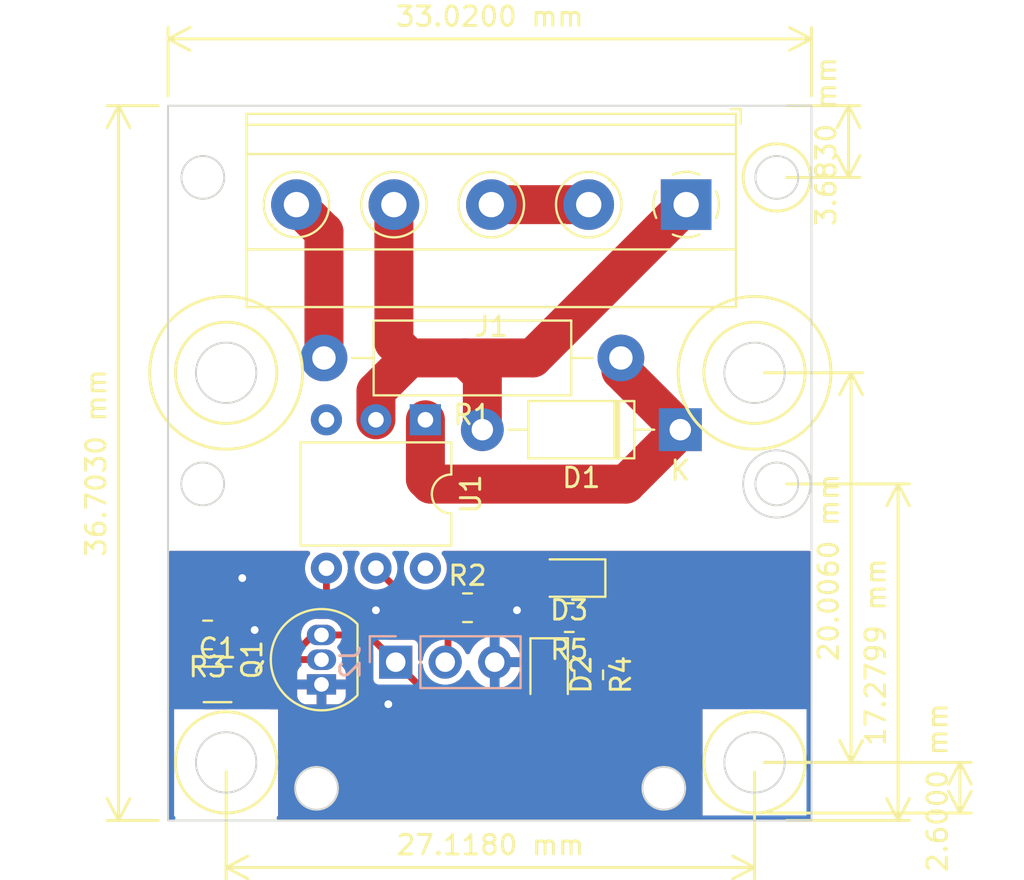
<source format=kicad_pcb>
(kicad_pcb (version 20221018) (generator pcbnew)
  (layers (0 "F.Cu" signal) (31 "B.Cu" signal) (34 "B.Paste" user) (35 "F.Paste" user) (36 "B.SilkS" user "B.Silkscreen") (37 "F.SilkS" user "F.Silkscreen") (38 "B.Mask" user) (39 "F.Mask" user) (44 "Edge.Cuts" user))
  (net 0 "")
  (net 1 "Net-(D1-K)")
  (net 2 "-VSW")
  (net 3 "NEUT")
  (net 4 "LINE")
  (net 5 "GND")
  (net 6 "Net-(Q1-B)")
  (net 7 "SIG")
  (net 8 "+3.3V")
  (net 11 "Net-(D2-K)")
  (net 12 "Net-(D3-K)")
  (footprint "Package_TO_SOT_THT:TO-92_Inline" (layer "F.Cu") (at 90.297 92.964 90)
    (fp_text reference "Q1" (at 1.27 -3.56 90) (layer "F.SilkS"))
    (fp_text value "BC548")
    (fp_line (start -0.53 1.85) (end 3.07 1.85) (stroke (width 0.12)) (layer "F.SilkS"))
    (fp_arc (start -0.568478 1.838478) (mid -1.132087 -0.994977) (end 1.27 -2.6) (stroke (width 0.12)) (layer "F.SilkS"))
    (fp_arc (start 1.27 -2.6) (mid 3.672087 -0.994977) (end 3.108478 1.838478) (stroke (width 0.12)) (layer "F.SilkS"))
    (pad "1" thru_hole rect (at 0 0 90) (size 1.05 1.5) (drill 0.75) (layers "*.Cu" "*.Mask") (net 5 "GND"))
    (pad "2" thru_hole oval (at 1.27 0 90) (size 1.05 1.5) (drill 0.75) (layers "*.Cu" "*.Mask") (net 6 "Net-(Q1-B)"))
    (pad "3" thru_hole oval (at 2.54 0 90) (size 1.05 1.5) (drill 0.75) (layers "*.Cu" "*.Mask") (net 7 "SIG"))
  )
  (footprint "Resistor_THT:R_Axial_DIN0411_L9.9mm_D3.6mm_P15.24mm_Horizontal" (layer "F.Cu") (at 105.664 76.2 180)
    (fp_text reference "R1" (at 7.62 -2.92) (layer "F.SilkS"))
    (fp_text value "200K")
    (fp_line (start 1.44 0) (end 2.55 0) (stroke (width 0.12)) (layer "F.SilkS"))
    (fp_line (start 2.55 -1.92) (end 2.55 1.92) (stroke (width 0.12)) (layer "F.SilkS"))
    (fp_line (start 2.55 1.92) (end 12.69 1.92) (stroke (width 0.12)) (layer "F.SilkS"))
    (fp_line (start 12.69 -1.92) (end 2.55 -1.92) (stroke (width 0.12)) (layer "F.SilkS"))
    (fp_line (start 12.69 1.92) (end 12.69 -1.92) (stroke (width 0.12)) (layer "F.SilkS"))
    (fp_line (start 13.8 0) (end 12.69 0) (stroke (width 0.12)) (layer "F.SilkS"))
    (pad "1" thru_hole circle (at 0 0 180) (size 2.4 2.4) (drill 1.2) (layers "*.Cu" "*.Mask") (net 1 "Net-(D1-K)"))
    (pad "2" thru_hole oval (at 15.24 0 180) (size 2.4 2.4) (drill 1.2) (layers "*.Cu" "*.Mask") (net 2 "-VSW"))
  )
  (footprint "Resistor_SMD:R_0805_2012Metric_Pad1.20x1.40mm_HandSolder" (layer "F.Cu") (at 97.79 89.027)
    (fp_text reference "R2" (at 0 -1.65) (layer "F.SilkS"))
    (fp_text value "3.7K")
    (fp_line (start -0.227064 -0.735) (end 0.227064 -0.735) (stroke (width 0.12)) (layer "F.SilkS"))
    (fp_line (start -0.227064 0.735) (end 0.227064 0.735) (stroke (width 0.12)) (layer "F.SilkS"))
    (pad "1" smd roundrect (at -1 0) (size 1.2 1.4) (layers "F.Cu" "F.Paste" "F.Mask") (roundrect_rratio 0.2083333333) (net 8 "+3.3V"))
    (pad "2" smd roundrect (at 1 0) (size 1.2 1.4) (layers "F.Cu" "F.Paste" "F.Mask") (roundrect_rratio 0.2083333333) (net 5 "GND"))
  )
  (footprint "Package_DIP:DIP-6_W7.62mm" (layer "F.Cu") (at 95.631 79.375 -90)
    (fp_text reference "U1" (at 3.81 -2.33 90) (layer "F.SilkS"))
    (fp_text value "TIL111")
    (fp_line (start 1.16 -1.33) (end 1.16 6.41) (stroke (width 0.12)) (layer "F.SilkS"))
    (fp_line (start 1.16 6.41) (end 6.46 6.41) (stroke (width 0.12)) (layer "F.SilkS"))
    (fp_line (start 2.81 -1.33) (end 1.16 -1.33) (stroke (width 0.12)) (layer "F.SilkS"))
    (fp_line (start 6.46 -1.33) (end 4.81 -1.33) (stroke (width 0.12)) (layer "F.SilkS"))
    (fp_line (start 6.46 6.41) (end 6.46 -1.33) (stroke (width 0.12)) (layer "F.SilkS"))
    (fp_arc (start 4.81 -1.33) (mid 3.81 -0.33) (end 2.81 -1.33) (stroke (width 0.12)) (layer "F.SilkS"))
    (pad "1" thru_hole rect (at 0 0 270) (size 1.6 1.6) (drill 0.8) (layers "*.Cu" "*.Mask") (net 1 "Net-(D1-K)"))
    (pad "2" thru_hole oval (at 0 2.54 270) (size 1.6 1.6) (drill 0.8) (layers "*.Cu" "*.Mask") (net 3 "NEUT"))
    (pad "3" thru_hole oval (at 0 5.08 270) (size 1.6 1.6) (drill 0.8) (layers "*.Cu" "*.Mask"))
    (pad "4" thru_hole oval (at 7.62 5.08 270) (size 1.6 1.6) (drill 0.8) (layers "*.Cu" "*.Mask") (net 6 "Net-(Q1-B)"))
    (pad "5" thru_hole oval (at 7.62 2.54 270) (size 1.6 1.6) (drill 0.8) (layers "*.Cu" "*.Mask") (net 8 "+3.3V"))
    (pad "6" thru_hole oval (at 7.62 0 270) (size 1.6 1.6) (drill 0.8) (layers "*.Cu" "*.Mask"))
  )
  (footprint "TerminalBlock_Phoenix:TerminalBlock_Phoenix_MKDS-1,5-5_1x05_P5.00mm_Horizontal" (layer "F.Cu") (at 109.013 68.326 180)
    (fp_text reference "J1" (at 10 -6.26) (layer "F.SilkS"))
    (fp_text value "Screw_Terminal_01x05")
    (fp_line (start -2.8 4.16) (end -2.8 4.9) (stroke (width 0.12)) (layer "F.SilkS"))
    (fp_line (start -2.8 4.9) (end -2.3 4.9) (stroke (width 0.12)) (layer "F.SilkS"))
    (fp_line (start -2.56 -5.261) (end -2.56 4.66) (stroke (width 0.12)) (layer "F.SilkS"))
    (fp_line (start -2.56 -5.261) (end 22.56 -5.261) (stroke (width 0.12)) (layer "F.SilkS"))
    (fp_line (start -2.56 -2.301) (end 22.56 -2.301) (stroke (width 0.12)) (layer "F.SilkS"))
    (fp_line (start -2.56 2.6) (end 22.56 2.6) (stroke (width 0.12)) (layer "F.SilkS"))
    (fp_line (start -2.56 4.1) (end 22.56 4.1) (stroke (width 0.12)) (layer "F.SilkS"))
    (fp_line (start -2.56 4.66) (end 22.56 4.66) (stroke (width 0.12)) (layer "F.SilkS"))
    (fp_line (start 3.773 1.023) (end 3.726 1.069) (stroke (width 0.12)) (layer "F.SilkS"))
    (fp_line (start 3.966 1.239) (end 3.931 1.274) (stroke (width 0.12)) (layer "F.SilkS"))
    (fp_line (start 6.07 -1.275) (end 6.035 -1.239) (stroke (width 0.12)) (layer "F.SilkS"))
    (fp_line (start 6.275 -1.069) (end 6.228 -1.023) (stroke (width 0.12)) (layer "F.SilkS"))
    (fp_line (start 8.773 1.023) (end 8.726 1.069) (stroke (width 0.12)) (layer "F.SilkS"))
    (fp_line (start 8.966 1.239) (end 8.931 1.274) (stroke (width 0.12)) (layer "F.SilkS"))
    (fp_line (start 11.07 -1.275) (end 11.035 -1.239) (stroke (width 0.12)) (layer "F.SilkS"))
    (fp_line (start 11.275 -1.069) (end 11.228 -1.023) (stroke (width 0.12)) (layer "F.SilkS"))
    (fp_line (start 13.773 1.023) (end 13.726 1.069) (stroke (width 0.12)) (layer "F.SilkS"))
    (fp_line (start 13.966 1.239) (end 13.931 1.274) (stroke (width 0.12)) (layer "F.SilkS"))
    (fp_line (start 16.07 -1.275) (end 16.035 -1.239) (stroke (width 0.12)) (layer "F.SilkS"))
    (fp_line (start 16.275 -1.069) (end 16.228 -1.023) (stroke (width 0.12)) (layer "F.SilkS"))
    (fp_line (start 18.773 1.023) (end 18.726 1.069) (stroke (width 0.12)) (layer "F.SilkS"))
    (fp_line (start 18.966 1.239) (end 18.931 1.274) (stroke (width 0.12)) (layer "F.SilkS"))
    (fp_line (start 21.07 -1.275) (end 21.035 -1.239) (stroke (width 0.12)) (layer "F.SilkS"))
    (fp_line (start 21.275 -1.069) (end 21.228 -1.023) (stroke (width 0.12)) (layer "F.SilkS"))
    (fp_line (start 22.56 -5.261) (end 22.56 4.66) (stroke (width 0.12)) (layer "F.SilkS"))
    (fp_arc (start -1.535427 0.683042) (mid -1.680501 -0.000524) (end -1.535 -0.684) (stroke (width 0.12)) (layer "F.SilkS"))
    (fp_arc (start -0.683042 -1.535427) (mid 0.000524 -1.680501) (end 0.684 -1.535) (stroke (width 0.12)) (layer "F.SilkS"))
    (fp_arc (start 0.028805 1.680253) (mid -0.335551 1.646659) (end -0.684 1.535) (stroke (width 0.12)) (layer "F.SilkS"))
    (fp_arc (start 0.683318 1.534756) (mid 0.349292 1.643288) (end 0 1.68) (stroke (width 0.12)) (layer "F.SilkS"))
    (fp_arc (start 1.535427 -0.683042) (mid 1.680501 0.000524) (end 1.535 0.684) (stroke (width 0.12)) (layer "F.SilkS"))
    (fp_circle (center 5 0) (end 6.68 0) (stroke (width 0.12)) (fill none) (layer "F.SilkS"))
    (fp_circle (center 10 0) (end 11.68 0) (stroke (width 0.12)) (fill none) (layer "F.SilkS"))
    (fp_circle (center 15 0) (end 16.68 0) (stroke (width 0.12)) (fill none) (layer "F.SilkS"))
    (fp_circle (center 20 0) (end 21.68 0) (stroke (width 0.12)) (fill none) (layer "F.SilkS"))
    (pad "1" thru_hole rect (at 0 0 180) (size 2.6 2.6) (drill 1.3) (layers "*.Cu" "*.Mask") (net 3 "NEUT"))
    (pad "2" thru_hole circle (at 5 0 180) (size 2.6 2.6) (drill 1.3) (layers "*.Cu" "*.Mask") (net 4 "LINE"))
    (pad "3" thru_hole circle (at 10 0 180) (size 2.6 2.6) (drill 1.3) (layers "*.Cu" "*.Mask") (net 4 "LINE"))
    (pad "4" thru_hole circle (at 15 0 180) (size 2.6 2.6) (drill 1.3) (layers "*.Cu" "*.Mask") (net 3 "NEUT"))
    (pad "5" thru_hole circle (at 20 0 180) (size 2.6 2.6) (drill 1.3) (layers "*.Cu" "*.Mask") (net 2 "-VSW"))
  )
  (footprint "Capacitor_SMD:C_1206_3216Metric_Pad1.33x1.80mm_HandSolder" (layer "F.Cu") (at 84.963 92.964)
    (fp_text reference "C1" (at 0 -1.85) (layer "F.SilkS"))
    (fp_text value "0.1uF")
    (fp_line (start -0.711252 -0.91) (end 0.711252 -0.91) (stroke (width 0.12)) (layer "F.SilkS"))
    (fp_line (start -0.711252 0.91) (end 0.711252 0.91) (stroke (width 0.12)) (layer "F.SilkS"))
    (pad "1" smd roundrect (at -1.5625 0) (size 1.325 1.8) (layers "F.Cu" "F.Paste" "F.Mask") (roundrect_rratio 0.1886792453) (net 6 "Net-(Q1-B)"))
    (pad "2" smd roundrect (at 1.5625 0) (size 1.325 1.8) (layers "F.Cu" "F.Paste" "F.Mask") (roundrect_rratio 0.1886792453) (net 5 "GND"))
  )
  (footprint "Resistor_SMD:R_0805_2012Metric_Pad1.20x1.40mm_HandSolder" (layer "F.Cu") (at 103.013 89.535 180)
    (fp_text reference "R5" (at 0 -1.65) (layer "F.SilkS"))
    (fp_text value "330")
    (fp_line (start -0.227064 -0.735) (end 0.227064 -0.735) (stroke (width 0.12)) (layer "F.SilkS"))
    (fp_line (start -0.227064 0.735) (end 0.227064 0.735) (stroke (width 0.12)) (layer "F.SilkS"))
    (pad "1" smd roundrect (at -1 0 180) (size 1.2 1.4) (layers "F.Cu" "F.Paste" "F.Mask") (roundrect_rratio 0.2083333333) (net 12 "Net-(D3-K)"))
    (pad "2" smd roundrect (at 1 0 180) (size 1.2 1.4) (layers "F.Cu" "F.Paste" "F.Mask") (roundrect_rratio 0.2083333333) (net 5 "GND"))
  )
  (footprint "Resistor_SMD:R_0805_2012Metric_Pad1.20x1.40mm_HandSolder" (layer "F.Cu") (at 84.455 90.424 180)
    (fp_text reference "R3" (at 0 -1.65) (layer "F.SilkS"))
    (fp_text value "1M")
    (fp_line (start -0.227064 -0.735) (end 0.227064 -0.735) (stroke (width 0.12)) (layer "F.SilkS"))
    (fp_line (start -0.227064 0.735) (end 0.227064 0.735) (stroke (width 0.12)) (layer "F.SilkS"))
    (pad "1" smd roundrect (at -1 0 180) (size 1.2 1.4) (layers "F.Cu" "F.Paste" "F.Mask") (roundrect_rratio 0.2083333333) (net 7 "SIG"))
    (pad "2" smd roundrect (at 1 0 180) (size 1.2 1.4) (layers "F.Cu" "F.Paste" "F.Mask") (roundrect_rratio 0.2083333333) (net 6 "Net-(Q1-B)"))
  )
  (footprint "Resistor_SMD:R_0805_2012Metric_Pad1.20x1.40mm_HandSolder" (layer "F.Cu") (at 104.013 92.472 -90)
    (fp_text reference "R4" (at 0 -1.65 90) (layer "F.SilkS"))
    (fp_text value "330")
    (fp_line (start -0.227064 -0.735) (end 0.227064 -0.735) (stroke (width 0.12)) (layer "F.SilkS"))
    (fp_line (start -0.227064 0.735) (end 0.227064 0.735) (stroke (width 0.12)) (layer "F.SilkS"))
    (pad "1" smd roundrect (at -1 0 270) (size 1.2 1.4) (layers "F.Cu" "F.Paste" "F.Mask") (roundrect_rratio 0.2083333333) (net 11 "Net-(D2-K)"))
    (pad "2" smd roundrect (at 1 0 270) (size 1.2 1.4) (layers "F.Cu" "F.Paste" "F.Mask") (roundrect_rratio 0.2083333333) (net 5 "GND"))
  )
  (footprint "Diode_THT:D_DO-41_SOD81_P10.16mm_Horizontal" (layer "F.Cu") (at 108.712 79.883 180)
    (fp_text reference "D1" (at 5.08 -2.47) (layer "F.SilkS"))
    (fp_text value "1N4001")
    (fp_text user "K" (at 0 -2.1) (layer "F.SilkS"))
    (fp_line (start 1.34 0) (end 2.36 0) (stroke (width 0.12)) (layer "F.SilkS"))
    (fp_line (start 2.36 -1.47) (end 2.36 1.47) (stroke (width 0.12)) (layer "F.SilkS"))
    (fp_line (start 2.36 1.47) (end 7.8 1.47) (stroke (width 0.12)) (layer "F.SilkS"))
    (fp_line (start 3.14 -1.47) (end 3.14 1.47) (stroke (width 0.12)) (layer "F.SilkS"))
    (fp_line (start 3.26 -1.47) (end 3.26 1.47) (stroke (width 0.12)) (layer "F.SilkS"))
    (fp_line (start 3.38 -1.47) (end 3.38 1.47) (stroke (width 0.12)) (layer "F.SilkS"))
    (fp_line (start 7.8 -1.47) (end 2.36 -1.47) (stroke (width 0.12)) (layer "F.SilkS"))
    (fp_line (start 7.8 1.47) (end 7.8 -1.47) (stroke (width 0.12)) (layer "F.SilkS"))
    (fp_line (start 8.82 0) (end 7.8 0) (stroke (width 0.12)) (layer "F.SilkS"))
    (pad "1" thru_hole rect (at 0 0 180) (size 2.2 2.2) (drill 1.1) (layers "*.Cu" "*.Mask") (net 1 "Net-(D1-K)"))
    (pad "2" thru_hole oval (at 10.16 0 180) (size 2.2 2.2) (drill 1.1) (layers "*.Cu" "*.Mask") (net 3 "NEUT"))
  )
  (footprint "LED_SMD:LED_0805_2012Metric_Pad1.15x1.40mm_HandSolder" (layer "F.Cu") (at 103.006 87.503 180)
    (fp_text reference "D3" (at 0 -1.65) (layer "F.SilkS"))
    (fp_text value "LED")
    (fp_line (start -1.86 -0.96) (end -1.86 0.96) (stroke (width 0.12)) (layer "F.SilkS"))
    (fp_line (start -1.86 0.96) (end 1 0.96) (stroke (width 0.12)) (layer "F.SilkS"))
    (fp_line (start 1 -0.96) (end -1.86 -0.96) (stroke (width 0.12)) (layer "F.SilkS"))
    (pad "1" smd roundrect (at -1.025 0 180) (size 1.15 1.4) (layers "F.Cu" "F.Paste" "F.Mask") (roundrect_rratio 0.2173913043) (net 12 "Net-(D3-K)"))
    (pad "2" smd roundrect (at 1.025 0 180) (size 1.15 1.4) (layers "F.Cu" "F.Paste" "F.Mask") (roundrect_rratio 0.2173913043) (net 8 "+3.3V"))
  )
  (footprint "LED_SMD:LED_0805_2012Metric_Pad1.15x1.40mm_HandSolder" (layer "F.Cu") (at 101.981 92.456 -90)
    (fp_text reference "D2" (at 0 -1.65 90) (layer "F.SilkS"))
    (fp_text value "LED")
    (fp_line (start -1.86 -0.96) (end -1.86 0.96) (stroke (width 0.12)) (layer "F.SilkS"))
    (fp_line (start -1.86 0.96) (end 1 0.96) (stroke (width 0.12)) (layer "F.SilkS"))
    (fp_line (start 1 -0.96) (end -1.86 -0.96) (stroke (width 0.12)) (layer "F.SilkS"))
    (pad "1" smd roundrect (at -1.025 0 270) (size 1.15 1.4) (layers "F.Cu" "F.Paste" "F.Mask") (roundrect_rratio 0.2173913043) (net 11 "Net-(D2-K)"))
    (pad "2" smd roundrect (at 1.025 0 270) (size 1.15 1.4) (layers "F.Cu" "F.Paste" "F.Mask") (roundrect_rratio 0.2173913043) (net 7 "SIG"))
  )
  (footprint "Connector_PinHeader_2.54mm:PinHeader_1x03_P2.54mm_Vertical" (layer "B.Cu") (at 94.107 91.821 -90)
    (fp_text reference "J2" (at 0 2.33 90) (layer "B.SilkS") (effects (justify mirror)))
    (fp_text value "Conn_01x03_Pin")
    (fp_line (start -1.33 -6.41) (end 1.33 -6.41) (stroke (width 0.12)) (layer "B.SilkS"))
    (fp_line (start -1.33 -1.27) (end -1.33 -6.41) (stroke (width 0.12)) (layer "B.SilkS"))
    (fp_line (start -1.33 -1.27) (end 1.33 -1.27) (stroke (width 0.12)) (layer "B.SilkS"))
    (fp_line (start -1.33 0) (end -1.33 1.33) (stroke (width 0.12)) (layer "B.SilkS"))
    (fp_line (start -1.33 1.33) (end 0 1.33) (stroke (width 0.12)) (layer "B.SilkS"))
    (fp_line (start 1.33 -1.27) (end 1.33 -6.41) (stroke (width 0.12)) (layer "B.SilkS"))
    (pad "1" thru_hole rect (at 0 0 270) (size 1.7 1.7) (drill 1) (layers "*.Cu" "*.Mask") (net 7 "SIG"))
    (pad "2" thru_hole oval (at 0 -2.54 270) (size 1.7 1.7) (drill 1) (layers "*.Cu" "*.Mask") (net 8 "+3.3V"))
    (pad "3" thru_hole oval (at 0 -5.08 270) (size 1.7 1.7) (drill 1) (layers "*.Cu" "*.Mask") (net 5 "GND"))
  )
  (gr_circle (center 85.404 76.962) (end 88.004 76.962) (stroke (width 0.15)) (fill none) (layer "F.SilkS"))
  (gr_circle (center 85.404 96.968) (end 88.004 96.968) (stroke (width 0.15)) (fill none) (layer "F.SilkS"))
  (gr_circle (center 113.665 66.929) (end 114.173 65.278) (stroke (width 0.15)) (fill none) (layer "F.SilkS"))
  (gr_circle (center 112.522 76.962) (end 116.443 76.962) (stroke (width 0.15)) (fill none) (layer "F.SilkS"))
  (gr_circle (center 85.404 76.962) (end 89.325 76.962) (stroke (width 0.15)) (fill none) (layer "F.SilkS"))
  (gr_circle (center 112.522 96.968) (end 115.122 96.968) (stroke (width 0.15)) (fill none) (layer "F.SilkS"))
  (gr_circle (center 112.522 76.962) (end 115.122 76.962) (stroke (width 0.15)) (fill none) (layer "F.SilkS"))
  (gr_circle (center 90.043 98.298) (end 91.143 98.298) (stroke (width 0.1)) (fill none) (layer "Edge.Cuts"))
  (gr_circle (center 84.208906 66.929) (end 85.308906 66.929) (stroke (width 0.1)) (fill none) (layer "Edge.Cuts"))
  (gr_circle (center 113.665 82.669094) (end 115.392387 82.669094) (stroke (width 0.1)) (fill none) (layer "Edge.Cuts"))
  (gr_circle (center 85.404 76.962) (end 86.954 76.962) (stroke (width 0.1)) (fill none) (layer "Edge.Cuts"))
  (gr_circle (center 84.201 82.669094) (end 85.301 82.669094) (stroke (width 0.1)) (fill none) (layer "Edge.Cuts"))
  (gr_circle (center 113.665 82.669094) (end 114.765 82.669094) (stroke (width 0.1)) (fill none) (layer "Edge.Cuts"))
  (gr_circle (center 112.522 96.968) (end 114.072 96.968) (stroke (width 0.1)) (fill none) (layer "Edge.Cuts"))
  (gr_circle (center 107.866 98.298) (end 108.966 98.298) (stroke (width 0.1)) (fill none) (layer "Edge.Cuts"))
  (gr_rect (start 82.423 63.246) (end 115.443 99.949) (stroke (width 0.1)) (fill none) (layer "Edge.Cuts"))
  (gr_circle (center 112.522 76.962) (end 114.072 76.962) (stroke (width 0.1)) (fill none) (layer "Edge.Cuts"))
  (gr_circle (center 113.665 66.929) (end 114.765 66.929) (stroke (width 0.1)) (fill none) (layer "Edge.Cuts"))
  (gr_circle (center 85.404 96.968) (end 86.954 96.968) (stroke (width 0.1)) (fill none) (layer "Edge.Cuts"))
  (dimension (type aligned) (layer "F.SilkS") (pts (xy 112.522 96.968) (xy 112.522 99.568)) (height -10.541) (gr_text "2,6000 mm" (at 121.913 98.268 90) (layer "F.SilkS") (effects (font (size 1 1) (thickness 0.15)))) (format (prefix "") (suffix "") (units 3) (units_format 1) (precision 4)) (style (thickness 0.15) (arrow_length 1.27) (text_position_mode 0) (extension_height 0.58642) (extension_offset 0.5) keep_text_aligned))
  (dimension (type aligned) (layer "F.SilkS") (pts (xy 82.423 63.246) (xy 115.443 63.246)) (height -3.429) (gr_text "33,0200 mm" (at 98.933 58.667) (layer "F.SilkS") (effects (font (size 1 1) (thickness 0.15)))) (format (prefix "") (suffix "") (units 3) (units_format 1) (precision 4)) (style (thickness 0.15) (arrow_length 1.27) (text_position_mode 0) (extension_height 0.58642) (extension_offset 0.5) keep_text_aligned))
  (dimension (type aligned) (layer "F.SilkS") (pts (xy 85.404 96.968) (xy 112.522 96.968)) (height 5.394) (gr_text "27,1180 mm" (at 98.963 101.212) (layer "F.SilkS") (effects (font (size 1 1) (thickness 0.15)))) (format (prefix "") (suffix "") (units 3) (units_format 1) (precision 4)) (style (thickness 0.15) (arrow_length 1.27) (text_position_mode 0) (extension_height 0.58642) (extension_offset 0.5) keep_text_aligned))
  (dimension (type aligned) (layer "F.SilkS") (pts (xy 112.522 76.962) (xy 112.522 96.968)) (height -4.953) (gr_text "20,0060 mm" (at 116.325 86.965 90) (layer "F.SilkS") (effects (font (size 1 1) (thickness 0.15)))) (format (prefix "") (suffix "") (units 3) (units_format 1) (precision 4)) (style (thickness 0.15) (arrow_length 1.27) (text_position_mode 0) (extension_height 0.58642) (extension_offset 0.5) keep_text_aligned))
  (dimension (type aligned) (layer "F.SilkS") (pts (xy 113.665 66.929) (xy 113.665 63.246)) (height 3.683) (gr_text "3,6830 mm" (at 116.198 65.0875 90) (layer "F.SilkS") (effects (font (size 1 1) (thickness 0.15)))) (format (prefix "") (suffix "") (units 3) (units_format 1) (precision 4)) (style (thickness 0.15) (arrow_length 1.27) (text_position_mode 0) (extension_height 0.58642) (extension_offset 0.5) keep_text_aligned))
  (dimension (type aligned) (layer "F.SilkS") (pts (xy 82.423 63.246) (xy 82.423 99.949)) (height 2.54) (gr_text "36,7030 mm" (at 78.733 81.5975 90) (layer "F.SilkS") (effects (font (size 1 1) (thickness 0.15)))) (format (prefix "") (suffix "") (units 3) (units_format 1) (precision 4)) (style (thickness 0.15) (arrow_length 1.27) (text_position_mode 0) (extension_height 0.58642) (extension_offset 0.5) keep_text_aligned))
  (dimension (type aligned) (layer "F.SilkS") (pts (xy 113.665 82.669094) (xy 113.665 99.949)) (height -6.223) (gr_text "17,2799 mm" (at 118.738 91.309047 90) (layer "F.SilkS") (effects (font (size 1 1) (thickness 0.15)))) (format (prefix "") (suffix "") (units 3) (units_format 1) (precision 4)) (style (thickness 0.15) (arrow_length 1.27) (text_position_mode 0) (extension_height 0.58642) (extension_offset 0.5) keep_text_aligned))
  (segment (start 105.918 82.677) (end 108.712 79.883) (width 2) (layer "F.Cu") (net 1))
  (segment (start 95.885 82.677) (end 105.918 82.677) (width 2) (layer "F.Cu") (net 1))
  (segment (start 105.664 76.2) (end 105.664 76.835) (width 2) (layer "F.Cu") (net 1))
  (segment (start 105.664 76.835) (end 108.712 79.883) (width 2) (layer "F.Cu") (net 1))
  (segment (start 95.631 79.375) (end 95.631 82.423) (width 2) (layer "F.Cu") (net 1))
  (segment (start 95.631 82.423) (end 95.885 82.677) (width 2) (layer "F.Cu") (net 1))
  (segment (start 90.41 69.723) (end 90.424 69.723) (width 2) (layer "F.Cu") (net 2))
  (segment (start 89.013 68.326) (end 90.41 69.723) (width 2) (layer "F.Cu") (net 2))
  (segment (start 90.424 69.723) (end 90.424 76.2) (width 2) (layer "F.Cu") (net 2))
  (segment (start 97.663 76.2) (end 101.139 76.2) (width 2) (layer "F.Cu") (net 3))
  (segment (start 98.552 77.089) (end 97.663 76.2) (width 2) (layer "F.Cu") (net 3))
  (segment (start 93.091 77.915) (end 93.091 79.375) (width 2) (layer "F.Cu") (net 3))
  (segment (start 98.552 79.883) (end 98.552 77.089) (width 2) (layer "F.Cu") (net 3))
  (segment (start 94.013 68.326) (end 94.013 75.407) (width 2) (layer "F.Cu") (net 3))
  (segment (start 101.139 76.2) (end 109.013 68.326) (width 2) (layer "F.Cu") (net 3))
  (segment (start 94.806 76.2) (end 93.091 77.915) (width 2) (layer "F.Cu") (net 3))
  (segment (start 97.663 76.2) (end 94.806 76.2) (width 2) (layer "F.Cu") (net 3))
  (segment (start 94.013 75.407) (end 94.806 76.2) (width 2) (layer "F.Cu") (net 3))
  (segment (start 99.013 68.326) (end 104.013 68.326) (width 2) (layer "F.Cu") (net 4))
  (segment (start 98.79 91.424) (end 99.187 91.821) (width 0.35) (layer "F.Cu") (net 5))
  (via (at 93.091 89.154) (size 0.8) (drill 0.4) (layers "F.Cu" "B.Cu") (net 5))
  (via (at 86.868 90.17) (size 0.8) (drill 0.4) (layers "F.Cu" "B.Cu") (net 5))
  (via (at 100.33 89.154) (size 0.8) (drill 0.4) (layers "F.Cu" "B.Cu") (net 5))
  (via (at 86.233 87.503) (size 0.8) (drill 0.4) (layers "F.Cu" "B.Cu") (net 5))
  (via (at 93.726 93.98) (size 0.8) (drill 0.4) (layers "F.Cu" "B.Cu") (net 5))
  (segment (start 83.4005 92.964) (end 83.5275 92.964) (width 0.35) (layer "F.Cu") (net 6))
  (segment (start 83.5275 92.964) (end 84.8025 91.689) (width 0.35) (layer "F.Cu") (net 6))
  (segment (start 90.292 91.689) (end 90.297 91.694) (width 0.35) (layer "F.Cu") (net 6))
  (segment (start 89.916 88.9) (end 84.979 88.9) (width 0.35) (layer "F.Cu") (net 6))
  (segment (start 83.455 90.424) (end 83.5375 90.424) (width 0.35) (layer "F.Cu") (net 6))
  (segment (start 84.8025 91.689) (end 90.292 91.689) (width 0.35) (layer "F.Cu") (net 6))
  (segment (start 83.5375 90.424) (end 84.8025 91.689) (width 0.35) (layer "F.Cu") (net 6))
  (segment (start 90.551 86.995) (end 90.551 88.265) (width 0.35) (layer "F.Cu") (net 6))
  (segment (start 84.979 88.9) (end 83.455 90.424) (width 0.35) (layer "F.Cu") (net 6))
  (segment (start 90.551 88.265) (end 89.916 88.9) (width 0.35) (layer "F.Cu") (net 6))
  (segment (start 89.869 90.424) (end 90.297 90.424) (width 0.35) (layer "F.Cu") (net 7))
  (segment (start 90.297 90.424) (end 92.71 90.424) (width 0.35) (layer "F.Cu") (net 7))
  (segment (start 94.107 91.821) (end 95.767 93.481) (width 0.35) (layer "F.Cu") (net 7))
  (segment (start 85.455 90.424) (end 86.17 91.139) (width 0.35) (layer "F.Cu") (net 7))
  (segment (start 92.71 90.424) (end 94.107 91.821) (width 0.35) (layer "F.Cu") (net 7))
  (segment (start 95.767 93.481) (end 101.981 93.481) (width 0.35) (layer "F.Cu") (net 7))
  (segment (start 86.17 91.139) (end 89.154 91.139) (width 0.35) (layer "F.Cu") (net 7))
  (segment (start 89.154 91.139) (end 89.869 90.424) (width 0.35) (layer "F.Cu") (net 7))
  (segment (start 96.79 91.678) (end 96.647 91.821) (width 0.35) (layer "F.Cu") (net 8))
  (segment (start 98.187 87.63) (end 96.79 89.027) (width 0.35) (layer "F.Cu") (net 8))
  (segment (start 96.79 89.027) (end 96.79 91.678) (width 0.35) (layer "F.Cu") (net 8))
  (segment (start 95.123 89.027) (end 96.79 89.027) (width 0.35) (layer "F.Cu") (net 8))
  (segment (start 93.091 86.995) (end 95.123 89.027) (width 0.35) (layer "F.Cu") (net 8))
  (segment (start 101.854 87.63) (end 101.981 87.503) (width 0.35) (layer "F.Cu") (net 8))
  (segment (start 98.187 87.63) (end 101.854 87.63) (width 0.35) (layer "F.Cu") (net 8))
  (segment (start 103.972 91.431) (end 104.013 91.472) (width 0.35) (layer "F.Cu") (net 11))
  (segment (start 101.981 91.431) (end 103.972 91.431) (width 0.35) (layer "F.Cu") (net 11))
  (segment (start 104.031 87.503) (end 104.031 89.517) (width 0.35) (layer "F.Cu") (net 12))
  (segment (start 104.031 89.517) (end 104.013 89.535) (width 0.35) (layer "F.Cu") (net 12))
  (segment (start 104.013 87.655) (end 104.038 87.63) (width 0.35) (layer "F.Cu") (net 12))
  (zone (net 0) (net_name "") (layers "F&B.Cu") (connect_pads (clearance 0)) (min_thickness 0.25)
    (keepout (tracks not_allowed) (vias not_allowed) (pads not_allowed) (copperpour not_allowed) (footprints allowed))
    (fill (thermal_gap 0.5) (thermal_bridge_width 0.5))
    (polygon (pts (xy 82.73541 99.701675) (xy 88.06941 99.701675) (xy 88.06941 94.240675) (xy 82.73541 94.240675)))
  )
  (zone (net 0) (net_name "") (layers "F&B.Cu") (connect_pads (clearance 0)) (min_thickness 0.25)
    (keepout (tracks not_allowed) (vias not_allowed) (pads not_allowed) (copperpour not_allowed) (footprints allowed))
    (fill (thermal_gap 0.5) (thermal_bridge_width 0.5))
    (polygon (pts (xy 109.855 99.695) (xy 115.189 99.695) (xy 115.189 94.234) (xy 109.855 94.234)))
  )
  (zone (net 5) (net_name "GND") (layers "F&B.Cu") (connect_pads (clearance 0.3)) (min_thickness 0.25) (fill yes (thermal_gap 0.5) (thermal_bridge_width 0.5))
    (polygon (pts (xy 82.423 86.106) (xy 115.443 86.106) (xy 115.443 99.949) (xy 82.423 99.949)))
  )
)
</source>
